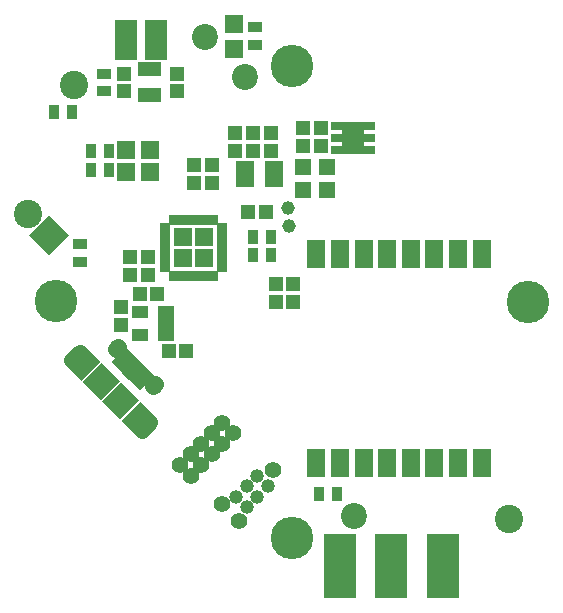
<source format=gts>
G04 #@! TF.FileFunction,Soldermask,Top*
%FSLAX46Y46*%
G04 Gerber Fmt 4.6, Leading zero omitted, Abs format (unit mm)*
G04 Created by KiCad (PCBNEW 0.201509071501+6164~29~ubuntu14.04.1-product) date Wed 06 Jan 2016 18:04:02 GMT*
%MOMM*%
G01*
G04 APERTURE LIST*
%ADD10C,0.100000*%
%ADD11R,1.460000X1.050000*%
%ADD12R,1.600000X2.400000*%
%ADD13R,1.400000X1.400000*%
%ADD14C,2.400000*%
%ADD15R,1.000000X0.800000*%
%ADD16R,1.900000X2.800000*%
%ADD17C,1.416000*%
%ADD18R,2.686000X5.480000*%
%ADD19R,2.813000X5.480000*%
%ADD20R,1.150000X1.200000*%
%ADD21R,1.300000X0.900000*%
%ADD22R,0.900000X1.300000*%
%ADD23R,1.900000X3.400000*%
%ADD24R,0.800000X1.300000*%
%ADD25R,1.598880X1.598880*%
%ADD26R,1.500000X2.300000*%
%ADD27C,2.200000*%
%ADD28C,1.150000*%
%ADD29R,1.200000X1.150000*%
%ADD30C,1.187000*%
%ADD31C,1.400000*%
%ADD32C,1.400000*%
%ADD33R,1.600000X1.600000*%
%ADD34R,0.950000X0.700000*%
%ADD35R,0.700000X0.950000*%
%ADD36C,3.600000*%
G04 APERTURE END LIST*
D10*
D11*
X116350000Y-115850000D03*
X116350000Y-114900000D03*
X116350000Y-113950000D03*
X114150000Y-113950000D03*
X114150000Y-115850000D03*
D12*
X129050000Y-126750000D03*
X143050000Y-109050000D03*
X141050000Y-109050000D03*
X139050000Y-109050000D03*
X137050000Y-109050000D03*
X135050000Y-109050000D03*
X133050000Y-109050000D03*
X131050000Y-109050000D03*
X129050000Y-109050000D03*
X131050000Y-126750000D03*
X133050000Y-126750000D03*
X135050000Y-126750000D03*
X137050000Y-126750000D03*
X139050000Y-126750000D03*
X141050000Y-126750000D03*
X143050000Y-126750000D03*
D13*
X129950000Y-101650000D03*
X127950000Y-101650000D03*
X129950000Y-103650000D03*
X127950000Y-103650000D03*
D10*
G36*
X106400000Y-105752944D02*
X108097056Y-107450000D01*
X106400000Y-109147056D01*
X104702944Y-107450000D01*
X106400000Y-105752944D01*
X106400000Y-105752944D01*
G37*
D14*
X104603949Y-105653949D03*
D15*
X133500000Y-100200000D03*
X133500000Y-99200000D03*
X133500000Y-98200000D03*
X130800000Y-100200000D03*
X130800000Y-99200000D03*
X130800000Y-98200000D03*
D16*
X132150000Y-99200000D03*
D17*
X121098025Y-123305923D03*
X121996051Y-124203949D03*
X120200000Y-124203949D03*
X121098025Y-125101975D03*
X119301974Y-125101975D03*
X120200000Y-126000000D03*
X118403949Y-126000000D03*
X119301974Y-126898026D03*
X117505923Y-126898026D03*
X118403949Y-127796051D03*
D18*
X135400000Y-135450000D03*
D19*
X139781500Y-135450000D03*
X131018500Y-135450000D03*
D20*
X112800000Y-93750000D03*
X112800000Y-95250000D03*
D21*
X111100000Y-93750000D03*
X111100000Y-95250000D03*
D22*
X129300000Y-129350000D03*
X130800000Y-129350000D03*
D23*
X112900000Y-90900000D03*
X115500000Y-90900000D03*
D24*
X114250000Y-93400000D03*
X114900000Y-93400000D03*
X115550000Y-93400000D03*
X114250000Y-95600000D03*
X114900000Y-95600000D03*
X115550000Y-95600000D03*
D20*
X117250000Y-93750000D03*
X117250000Y-95250000D03*
X112550000Y-115050000D03*
X112550000Y-113550000D03*
X125600000Y-111600000D03*
X125600000Y-113100000D03*
X113300000Y-110800000D03*
X113300000Y-109300000D03*
D25*
X122050000Y-91649020D03*
X122050000Y-89550980D03*
X114999020Y-100200000D03*
X112900980Y-100200000D03*
X114999020Y-102100000D03*
X112900980Y-102100000D03*
D26*
X123000000Y-102250000D03*
X125500000Y-102250000D03*
D27*
X132200000Y-131200000D03*
X119600000Y-90650000D03*
X123000000Y-94050000D03*
D28*
X126750000Y-106650000D03*
X126650000Y-105100000D03*
D29*
X116550000Y-117250000D03*
X118050000Y-117250000D03*
D20*
X127100000Y-111600000D03*
X127100000Y-113100000D03*
X123650000Y-100300000D03*
X123650000Y-98800000D03*
X125200000Y-100300000D03*
X125200000Y-98800000D03*
X122150000Y-100300000D03*
X122150000Y-98800000D03*
D29*
X123300000Y-105450000D03*
X124800000Y-105450000D03*
X118700000Y-101500000D03*
X120200000Y-101500000D03*
X118700000Y-103000000D03*
X120200000Y-103000000D03*
D20*
X129450000Y-99900000D03*
X129450000Y-98400000D03*
X114800000Y-110800000D03*
X114800000Y-109300000D03*
X127900000Y-99900000D03*
X127900000Y-98400000D03*
D22*
X106850000Y-97000000D03*
X108350000Y-97000000D03*
D21*
X123850000Y-89850000D03*
X123850000Y-91350000D03*
D22*
X125200000Y-109150000D03*
X123700000Y-109150000D03*
X125200000Y-107550000D03*
X123700000Y-107550000D03*
X111500000Y-100350000D03*
X110000000Y-100350000D03*
X111500000Y-101950000D03*
X110000000Y-101950000D03*
D21*
X109050000Y-108200000D03*
X109050000Y-109700000D03*
D29*
X114100000Y-112400000D03*
X115600000Y-112400000D03*
D30*
X124045477Y-127799426D03*
X124943503Y-128697452D03*
X123147452Y-128697452D03*
X124045477Y-129595477D03*
X122249426Y-129595477D03*
X123147452Y-130493503D03*
D31*
X125392516Y-127350413D03*
X121081993Y-130224095D03*
X122518834Y-131660936D03*
D14*
X108565224Y-94715224D03*
X145334776Y-131484776D03*
D10*
G36*
X112639950Y-119094365D02*
X113877387Y-117856928D01*
X114443072Y-118422613D01*
X113205635Y-119660050D01*
X112639950Y-119094365D01*
X112639950Y-119094365D01*
G37*
G36*
X113099569Y-119553985D02*
X114337006Y-118316548D01*
X114902691Y-118882233D01*
X113665254Y-120119670D01*
X113099569Y-119553985D01*
X113099569Y-119553985D01*
G37*
G36*
X112180330Y-118634746D02*
X113417767Y-117397309D01*
X113983452Y-117962994D01*
X112746015Y-119200431D01*
X112180330Y-118634746D01*
X112180330Y-118634746D01*
G37*
G36*
X111720711Y-118175127D02*
X112958148Y-116937690D01*
X113523833Y-117503375D01*
X112286396Y-118740812D01*
X111720711Y-118175127D01*
X111720711Y-118175127D01*
G37*
G36*
X113559188Y-120013604D02*
X114796625Y-118776167D01*
X115362310Y-119341852D01*
X114124873Y-120579289D01*
X113559188Y-120013604D01*
X113559188Y-120013604D01*
G37*
D32*
X115433021Y-120013604D02*
X115256245Y-120190380D01*
X112286396Y-116866979D02*
X112109620Y-117043755D01*
D10*
G36*
X110872183Y-121498528D02*
X112498528Y-119872183D01*
X114054163Y-121427818D01*
X112427818Y-123054163D01*
X110872183Y-121498528D01*
X110872183Y-121498528D01*
G37*
G36*
X109245837Y-119872182D02*
X110872182Y-118245837D01*
X112427817Y-119801472D01*
X110801472Y-121427817D01*
X109245837Y-119872182D01*
X109245837Y-119872182D01*
G37*
G36*
X112533883Y-123160229D02*
X114160229Y-121533883D01*
X115556765Y-122930419D01*
X113930419Y-124556765D01*
X112533883Y-123160229D01*
X112533883Y-123160229D01*
G37*
D32*
X114920369Y-123283973D02*
X114283973Y-123920369D01*
D10*
G36*
X107743235Y-118369581D02*
X109369581Y-116743235D01*
X110766117Y-118139771D01*
X109139771Y-119766117D01*
X107743235Y-118369581D01*
X107743235Y-118369581D01*
G37*
D32*
X109016027Y-117379631D02*
X108379631Y-118016027D01*
D33*
X119550000Y-109400000D03*
X117750000Y-109400000D03*
X117750000Y-107600000D03*
D34*
X121025000Y-110250000D03*
D35*
X116900000Y-110875000D03*
X120400000Y-106125000D03*
D34*
X116275000Y-106750000D03*
D33*
X119550000Y-107600000D03*
D35*
X117400000Y-110875000D03*
X117900000Y-110875000D03*
X118400000Y-110875000D03*
X118900000Y-110875000D03*
X119400000Y-110875000D03*
X119900000Y-110875000D03*
X120400000Y-110875000D03*
D34*
X116275000Y-107250000D03*
X116275000Y-107750000D03*
X116275000Y-108250000D03*
X116275000Y-108750000D03*
X116275000Y-109250000D03*
X116275000Y-109750000D03*
X116275000Y-110250000D03*
D35*
X119900000Y-106125000D03*
X119400000Y-106125000D03*
X118900000Y-106125000D03*
X118400000Y-106125000D03*
X117900000Y-106125000D03*
X117400000Y-106125000D03*
X116900000Y-106125000D03*
D34*
X121025000Y-109750000D03*
X121025000Y-109250000D03*
X121025000Y-108750000D03*
X121025000Y-108250000D03*
X121025000Y-107750000D03*
X121025000Y-107250000D03*
X121025000Y-106750000D03*
D36*
X127000000Y-93100000D03*
X147000000Y-113100000D03*
X127000000Y-133100000D03*
X107000000Y-113000000D03*
M02*

</source>
